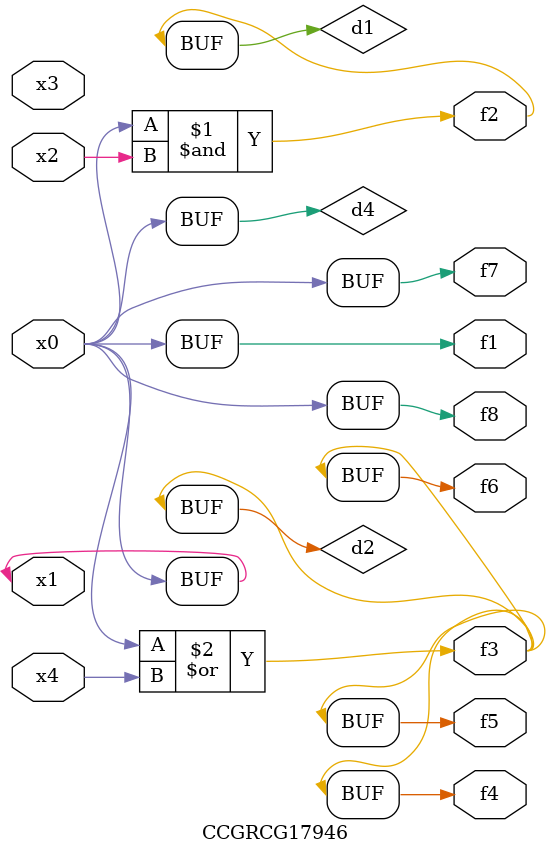
<source format=v>
module CCGRCG17946(
	input x0, x1, x2, x3, x4,
	output f1, f2, f3, f4, f5, f6, f7, f8
);

	wire d1, d2, d3, d4;

	and (d1, x0, x2);
	or (d2, x0, x4);
	nand (d3, x0, x2);
	buf (d4, x0, x1);
	assign f1 = d4;
	assign f2 = d1;
	assign f3 = d2;
	assign f4 = d2;
	assign f5 = d2;
	assign f6 = d2;
	assign f7 = d4;
	assign f8 = d4;
endmodule

</source>
